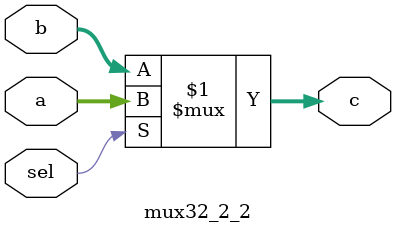
<source format=v>
`timescale 1ns / 1ps
module mux32_2_2(
    input [31:0] a,
    input [31:0] b,
    input sel,
    output [31:0] c
    );
	 assign c = (sel)?a:b;


endmodule

</source>
